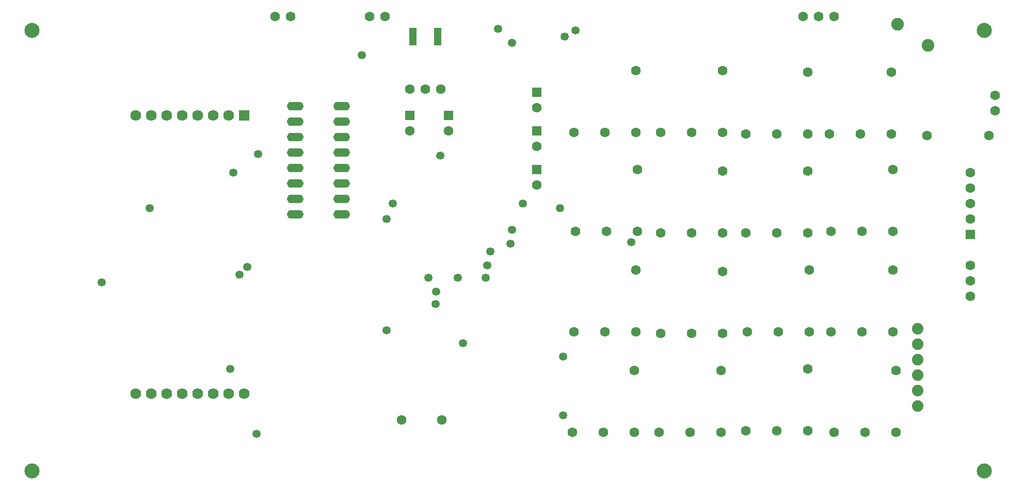
<source format=gbs>
%FSLAX44Y44*%
%MOMM*%
G71*
G01*
G75*
G04 Layer_Color=16711935*
%ADD10R,1.1000X0.6000*%
%ADD11R,1.5000X0.2500*%
%ADD12R,0.2500X1.5000*%
%ADD13R,0.6000X2.0000*%
%ADD14R,0.5588X1.6002*%
%ADD15R,0.8000X0.4000*%
%ADD16R,0.9000X0.5000*%
%ADD17C,1.2000*%
G04:AMPARAMS|DCode=18|XSize=1.5mm|YSize=0.8mm|CornerRadius=0.2mm|HoleSize=0mm|Usage=FLASHONLY|Rotation=0.000|XOffset=0mm|YOffset=0mm|HoleType=Round|Shape=RoundedRectangle|*
%AMROUNDEDRECTD18*
21,1,1.5000,0.4000,0,0,0.0*
21,1,1.1000,0.8000,0,0,0.0*
1,1,0.4000,0.5500,-0.2000*
1,1,0.4000,-0.5500,-0.2000*
1,1,0.4000,-0.5500,0.2000*
1,1,0.4000,0.5500,0.2000*
%
%ADD18ROUNDEDRECTD18*%
G04:AMPARAMS|DCode=19|XSize=1.5mm|YSize=0.8mm|CornerRadius=0.2mm|HoleSize=0mm|Usage=FLASHONLY|Rotation=90.000|XOffset=0mm|YOffset=0mm|HoleType=Round|Shape=RoundedRectangle|*
%AMROUNDEDRECTD19*
21,1,1.5000,0.4000,0,0,90.0*
21,1,1.1000,0.8000,0,0,90.0*
1,1,0.4000,0.2000,0.5500*
1,1,0.4000,0.2000,-0.5500*
1,1,0.4000,-0.2000,-0.5500*
1,1,0.4000,-0.2000,0.5500*
%
%ADD19ROUNDEDRECTD19*%
%ADD20O,1.0000X1.6000*%
G04:AMPARAMS|DCode=21|XSize=1.6mm|YSize=1.8mm|CornerRadius=0.4mm|HoleSize=0mm|Usage=FLASHONLY|Rotation=0.000|XOffset=0mm|YOffset=0mm|HoleType=Round|Shape=RoundedRectangle|*
%AMROUNDEDRECTD21*
21,1,1.6000,1.0000,0,0,0.0*
21,1,0.8000,1.8000,0,0,0.0*
1,1,0.8000,0.4000,-0.5000*
1,1,0.8000,-0.4000,-0.5000*
1,1,0.8000,-0.4000,0.5000*
1,1,0.8000,0.4000,0.5000*
%
%ADD21ROUNDEDRECTD21*%
%ADD22R,0.5000X0.9000*%
%ADD23R,1.7000X2.2000*%
%ADD24R,0.5000X0.6000*%
%ADD25R,0.4000X0.8000*%
%ADD26R,0.6000X0.5000*%
%ADD27R,0.6000X0.6000*%
%ADD28R,4.5000X1.7500*%
%ADD29C,0.2000*%
%ADD30C,1.0000*%
%ADD31C,0.4000*%
%ADD32C,1.5240*%
%ADD33O,2.6416X1.3208*%
%ADD34R,1.5240X1.5240*%
%ADD35C,2.4000*%
%ADD36R,1.2000X2.8000*%
%ADD37C,1.8000*%
%ADD38C,2.0000*%
%ADD39C,1.7000*%
%ADD40R,1.7000X1.7000*%
%ADD41C,1.2700*%
%ADD42C,0.1000*%
%ADD43C,0.1524*%
%ADD44C,0.1500*%
%ADD45C,0.0500*%
%ADD46C,0.1270*%
%ADD47C,0.2540*%
%ADD48R,1.1800X0.6800*%
%ADD49R,1.5800X0.3300*%
%ADD50R,0.3300X1.5800*%
%ADD51R,0.6800X2.0800*%
%ADD52R,0.6388X1.6802*%
%ADD53R,0.8800X0.4800*%
%ADD54R,0.9800X0.5800*%
%ADD55C,1.2800*%
G04:AMPARAMS|DCode=56|XSize=1.58mm|YSize=0.88mm|CornerRadius=0.24mm|HoleSize=0mm|Usage=FLASHONLY|Rotation=0.000|XOffset=0mm|YOffset=0mm|HoleType=Round|Shape=RoundedRectangle|*
%AMROUNDEDRECTD56*
21,1,1.5800,0.4000,0,0,0.0*
21,1,1.1000,0.8800,0,0,0.0*
1,1,0.4800,0.5500,-0.2000*
1,1,0.4800,-0.5500,-0.2000*
1,1,0.4800,-0.5500,0.2000*
1,1,0.4800,0.5500,0.2000*
%
%ADD56ROUNDEDRECTD56*%
G04:AMPARAMS|DCode=57|XSize=1.58mm|YSize=0.88mm|CornerRadius=0.24mm|HoleSize=0mm|Usage=FLASHONLY|Rotation=90.000|XOffset=0mm|YOffset=0mm|HoleType=Round|Shape=RoundedRectangle|*
%AMROUNDEDRECTD57*
21,1,1.5800,0.4000,0,0,90.0*
21,1,1.1000,0.8800,0,0,90.0*
1,1,0.4800,0.2000,0.5500*
1,1,0.4800,0.2000,-0.5500*
1,1,0.4800,-0.2000,-0.5500*
1,1,0.4800,-0.2000,0.5500*
%
%ADD57ROUNDEDRECTD57*%
%ADD58O,1.0800X1.6800*%
G04:AMPARAMS|DCode=59|XSize=1.68mm|YSize=1.88mm|CornerRadius=0.44mm|HoleSize=0mm|Usage=FLASHONLY|Rotation=0.000|XOffset=0mm|YOffset=0mm|HoleType=Round|Shape=RoundedRectangle|*
%AMROUNDEDRECTD59*
21,1,1.6800,1.0000,0,0,0.0*
21,1,0.8000,1.8800,0,0,0.0*
1,1,0.8800,0.4000,-0.5000*
1,1,0.8800,-0.4000,-0.5000*
1,1,0.8800,-0.4000,0.5000*
1,1,0.8800,0.4000,0.5000*
%
%ADD59ROUNDEDRECTD59*%
%ADD60R,0.5800X0.9800*%
%ADD61R,1.7800X2.2800*%
%ADD62R,0.5800X0.6800*%
%ADD63R,0.4800X0.8800*%
%ADD64R,0.6800X0.5800*%
%ADD65R,0.6800X0.6800*%
%ADD66R,4.5800X1.8300*%
%ADD67C,1.6040*%
%ADD68O,2.7216X1.4008*%
%ADD69R,1.6040X1.6040*%
%ADD70C,2.4800*%
%ADD71R,1.2800X2.8800*%
%ADD72C,1.8800*%
%ADD73C,2.0800*%
%ADD74C,1.7800*%
%ADD75R,1.7800X1.7800*%
%ADD76C,1.3500*%
D67*
X1618000Y599440D02*
D03*
X1516400D02*
D03*
X720900Y132000D02*
D03*
X654900D02*
D03*
X668020Y607060D02*
D03*
X731520D02*
D03*
X693420Y675640D02*
D03*
X668020D02*
D03*
X718820D02*
D03*
X627380Y795020D02*
D03*
X601980D02*
D03*
X1338580D02*
D03*
X1313180D02*
D03*
X1363980D02*
D03*
X1587500Y538480D02*
D03*
Y513080D02*
D03*
Y487680D02*
D03*
Y462280D02*
D03*
X1457960Y703580D02*
D03*
X1356360Y601980D02*
D03*
X1457960D02*
D03*
X1407160D02*
D03*
X1181100Y706120D02*
D03*
X1079500Y604520D02*
D03*
X1181100D02*
D03*
X1130300D02*
D03*
X1038860Y706120D02*
D03*
X937260Y604520D02*
D03*
X1038860D02*
D03*
X988060D02*
D03*
X1041400Y543560D02*
D03*
X939800Y441960D02*
D03*
X1041400D02*
D03*
X990600D02*
D03*
X1181100Y541020D02*
D03*
X1079500Y439420D02*
D03*
X1181100D02*
D03*
X1130300D02*
D03*
X1320800Y541020D02*
D03*
X1219200Y439420D02*
D03*
X1320800D02*
D03*
X1270000D02*
D03*
X1460500Y543560D02*
D03*
X1358900Y441960D02*
D03*
X1460500D02*
D03*
X1409700D02*
D03*
X1460500Y378460D02*
D03*
X1358900Y276860D02*
D03*
X1460500D02*
D03*
X1409700D02*
D03*
X1323340Y378460D02*
D03*
X1221740Y276860D02*
D03*
X1323340D02*
D03*
X1272540D02*
D03*
X1181100Y375920D02*
D03*
X1079500Y274320D02*
D03*
X1181100D02*
D03*
X1130300D02*
D03*
X1036320Y213360D02*
D03*
X934720Y111760D02*
D03*
X1036320D02*
D03*
X985520D02*
D03*
X1038860Y378460D02*
D03*
X937260Y276860D02*
D03*
X1038860D02*
D03*
X988060D02*
D03*
X1178560Y213360D02*
D03*
X1076960Y111760D02*
D03*
X1178560D02*
D03*
X1127760D02*
D03*
X1320800Y215900D02*
D03*
X1219200Y114300D02*
D03*
X1320800D02*
D03*
X1270000D02*
D03*
X1465580Y213360D02*
D03*
X1363980Y111760D02*
D03*
X1465580D02*
D03*
X1414780D02*
D03*
X1628140Y665480D02*
D03*
Y640080D02*
D03*
X1587500Y386080D02*
D03*
Y360680D02*
D03*
Y335280D02*
D03*
X472440Y795020D02*
D03*
X447040D02*
D03*
X1320800Y703580D02*
D03*
X1219200Y601980D02*
D03*
X1320800D02*
D03*
X1270000D02*
D03*
X876300Y645160D02*
D03*
Y581660D02*
D03*
Y518160D02*
D03*
D68*
X556300Y470000D02*
D03*
Y495400D02*
D03*
Y622400D02*
D03*
Y647800D02*
D03*
Y520800D02*
D03*
Y546200D02*
D03*
Y597000D02*
D03*
Y571600D02*
D03*
X480100Y647800D02*
D03*
Y622400D02*
D03*
Y597000D02*
D03*
Y571600D02*
D03*
Y546200D02*
D03*
Y520800D02*
D03*
Y495400D02*
D03*
Y470000D02*
D03*
D69*
X668020Y632460D02*
D03*
X731520D02*
D03*
X1587500Y436880D02*
D03*
X876300Y670560D02*
D03*
Y607060D02*
D03*
Y543560D02*
D03*
D70*
X48260Y48260D02*
D03*
Y772160D02*
D03*
X1610360D02*
D03*
Y48260D02*
D03*
D71*
X713420Y762000D02*
D03*
X673420D02*
D03*
D72*
X1501140Y154940D02*
D03*
Y180340D02*
D03*
Y205740D02*
D03*
Y281940D02*
D03*
Y231140D02*
D03*
Y256540D02*
D03*
D73*
X1468120Y782320D02*
D03*
X1518120Y747320D02*
D03*
D74*
X218440Y175260D02*
D03*
X243840D02*
D03*
X269240D02*
D03*
X294640D02*
D03*
X320040D02*
D03*
X345440D02*
D03*
X370840D02*
D03*
X396240D02*
D03*
X218440Y632460D02*
D03*
X243840D02*
D03*
X269240D02*
D03*
X294640D02*
D03*
X320040D02*
D03*
X345440D02*
D03*
X370840D02*
D03*
D75*
X396240D02*
D03*
D76*
X640080Y487680D02*
D03*
X833120Y421640D02*
D03*
X792480Y365760D02*
D03*
X795020Y386080D02*
D03*
X717900Y566420D02*
D03*
X835660Y444500D02*
D03*
X939800Y772160D02*
D03*
X755650Y257810D02*
D03*
X919480Y236220D02*
D03*
X711200Y342900D02*
D03*
X710770Y322580D02*
D03*
X919480Y139700D02*
D03*
X1031240Y424180D02*
D03*
X914400Y480060D02*
D03*
X853440Y487680D02*
D03*
X835660Y751840D02*
D03*
X800100Y408940D02*
D03*
X922020Y762000D02*
D03*
X812800Y774700D02*
D03*
X629920Y279400D02*
D03*
X698500Y365760D02*
D03*
X746760D02*
D03*
X629920Y462280D02*
D03*
X589280Y731520D02*
D03*
X419100Y568960D02*
D03*
X373380Y215900D02*
D03*
X401320Y383540D02*
D03*
X162560Y358140D02*
D03*
X378460Y538480D02*
D03*
X388620Y370840D02*
D03*
X241300Y480060D02*
D03*
X416560Y109220D02*
D03*
M02*

</source>
